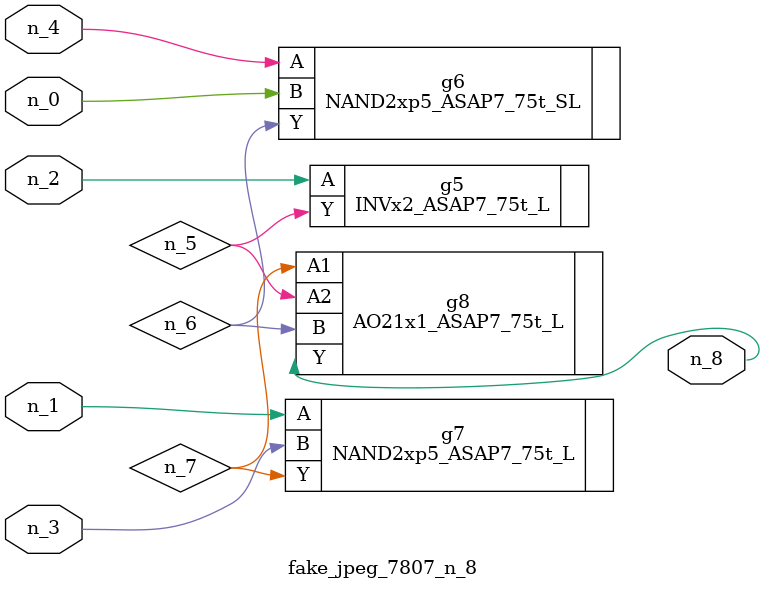
<source format=v>
module fake_jpeg_7807_n_8 (n_3, n_2, n_1, n_0, n_4, n_8);

input n_3;
input n_2;
input n_1;
input n_0;
input n_4;

output n_8;

wire n_6;
wire n_5;
wire n_7;

INVx2_ASAP7_75t_L g5 ( 
.A(n_2),
.Y(n_5)
);

NAND2xp5_ASAP7_75t_SL g6 ( 
.A(n_4),
.B(n_0),
.Y(n_6)
);

NAND2xp5_ASAP7_75t_L g7 ( 
.A(n_1),
.B(n_3),
.Y(n_7)
);

AO21x1_ASAP7_75t_L g8 ( 
.A1(n_7),
.A2(n_5),
.B(n_6),
.Y(n_8)
);


endmodule
</source>
